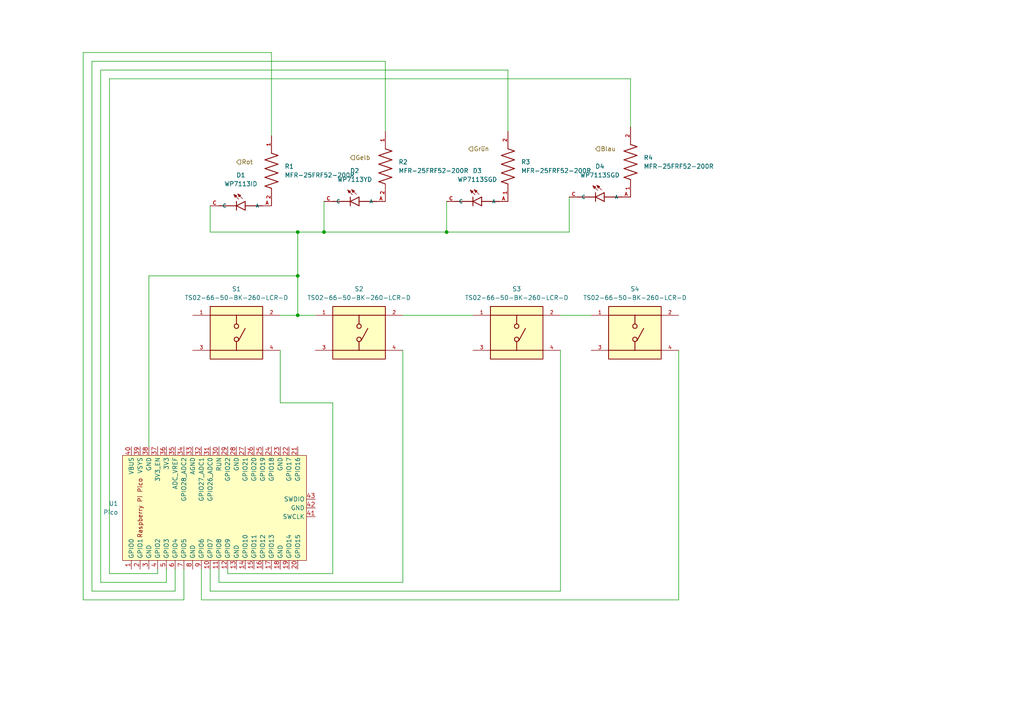
<source format=kicad_sch>
(kicad_sch (version 20211123) (generator eeschema)
  (paper "A4")
  (lib_symbols
    (symbol "MCU_RaspberryPi_and_Boards:Pico"
      (property "Reference" "U" (at -13.97 27.94 0))
      (property "Value" "Pico" (at 0 19.05 0))
      (symbol "Pico_0_0"
        (text "Raspberry Pi Pico" (at 0 21.59 0) (effects (font (size 1.27 1.27))))
      )
      (symbol "Pico_0_1"
        (rectangle (start -15.24 26.67) (end 15.24 -26.67) (fill (type background)))
      )
      (symbol "Pico_1_1"
        (pin bidirectional line (at -17.78 24.13 0) (length 2.54) (name "GPIO0") (number "1"))
        (pin bidirectional line (at -17.78 1.27 0) (length 2.54) (name "GPIO7") (number "10"))
        (pin bidirectional line (at -17.78 -1.27 0) (length 2.54) (name "GPIO8") (number "11"))
        (pin bidirectional line (at -17.78 -3.81 0) (length 2.54) (name "GPIO9") (number "12"))
        (pin power_in line (at -17.78 -6.35 0) (length 2.54) (name "GND") (number "13"))
        (pin bidirectional line (at -17.78 -8.89 0) (length 2.54) (name "GPIO10") (number "14"))
        (pin bidirectional line (at -17.78 -11.43 0) (length 2.54) (name "GPIO11") (number "15"))
        (pin bidirectional line (at -17.78 -13.97 0) (length 2.54) (name "GPIO12") (number "16"))
        (pin bidirectional line (at -17.78 -16.51 0) (length 2.54) (name "GPIO13") (number "17"))
        (pin power_in line (at -17.78 -19.05 0) (length 2.54) (name "GND") (number "18"))
        (pin bidirectional line (at -17.78 -21.59 0) (length 2.54) (name "GPIO14") (number "19"))
        (pin bidirectional line (at -17.78 21.59 0) (length 2.54) (name "GPIO1") (number "2"))
        (pin bidirectional line (at -17.78 -24.13 0) (length 2.54) (name "GPIO15") (number "20"))
        (pin bidirectional line (at 17.78 -24.13 180) (length 2.54) (name "GPIO16") (number "21"))
        (pin bidirectional line (at 17.78 -21.59 180) (length 2.54) (name "GPIO17") (number "22"))
        (pin power_in line (at 17.78 -19.05 180) (length 2.54) (name "GND") (number "23"))
        (pin bidirectional line (at 17.78 -16.51 180) (length 2.54) (name "GPIO18") (number "24"))
        (pin bidirectional line (at 17.78 -13.97 180) (length 2.54) (name "GPIO19") (number "25"))
        (pin bidirectional line (at 17.78 -11.43 180) (length 2.54) (name "GPIO20") (number "26"))
        (pin bidirectional line (at 17.78 -8.89 180) (length 2.54) (name "GPIO21") (number "27"))
        (pin power_in line (at 17.78 -6.35 180) (length 2.54) (name "GND") (number "28"))
        (pin bidirectional line (at 17.78 -3.81 180) (length 2.54) (name "GPIO22") (number "29"))
        (pin power_in line (at -17.78 19.05 0) (length 2.54) (name "GND") (number "3"))
        (pin input line (at 17.78 -1.27 180) (length 2.54) (name "RUN") (number "30"))
        (pin bidirectional line (at 17.78 1.27 180) (length 2.54) (name "GPIO26_ADC0") (number "31"))
        (pin bidirectional line (at 17.78 3.81 180) (length 2.54) (name "GPIO27_ADC1") (number "32"))
        (pin power_in line (at 17.78 6.35 180) (length 2.54) (name "AGND") (number "33"))
        (pin bidirectional line (at 17.78 8.89 180) (length 2.54) (name "GPIO28_ADC2") (number "34"))
        (pin power_in line (at 17.78 11.43 180) (length 2.54) (name "ADC_VREF") (number "35"))
        (pin power_in line (at 17.78 13.97 180) (length 2.54) (name "3V3") (number "36"))
        (pin input line (at 17.78 16.51 180) (length 2.54) (name "3V3_EN") (number "37"))
        (pin bidirectional line (at 17.78 19.05 180) (length 2.54) (name "GND") (number "38"))
        (pin power_in line (at 17.78 21.59 180) (length 2.54) (name "VSYS") (number "39"))
        (pin bidirectional line (at -17.78 16.51 0) (length 2.54) (name "GPIO2") (number "4"))
        (pin power_in line (at 17.78 24.13 180) (length 2.54) (name "VBUS") (number "40"))
        (pin input line (at -2.54 -29.21 90) (length 2.54) (name "SWCLK") (number "41"))
        (pin power_in line (at 0 -29.21 90) (length 2.54) (name "GND") (number "42"))
        (pin bidirectional line (at 2.54 -29.21 90) (length 2.54) (name "SWDIO") (number "43"))
        (pin bidirectional line (at -17.78 13.97 0) (length 2.54) (name "GPIO3") (number "5"))
        (pin bidirectional line (at -17.78 11.43 0) (length 2.54) (name "GPIO4") (number "6"))
        (pin bidirectional line (at -17.78 8.89 0) (length 2.54) (name "GPIO5") (number "7"))
        (pin power_in line (at -17.78 6.35 0) (length 2.54) (name "GND") (number "8"))
        (pin bidirectional line (at -17.78 3.81 0) (length 2.54) (name "GPIO6") (number "9"))
      )
    )
    (symbol "MFR-25FRF52-200R:MFR-25FRF52-200R" (pin_names (offset 1.016))
      (property "Reference" "R" (at -7.6244 2.5415 0))
      (property "Value" "MFR-25FRF52-200R" (at -7.63 -5.0866 0))
      (symbol "MFR-25FRF52-200R_0_0"
        (polyline (pts (xy -5.08 0) (xy -4.445 1.905)) (stroke (width 0.254)))
        (polyline (pts (xy -4.445 1.905) (xy -3.175 -1.905)) (stroke (width 0.254)))
        (polyline (pts (xy -3.175 -1.905) (xy -1.905 1.905)) (stroke (width 0.254)))
        (polyline (pts (xy -1.905 1.905) (xy -0.635 -1.905)) (stroke (width 0.254)))
        (polyline (pts (xy -0.635 -1.905) (xy 0.635 1.905)) (stroke (width 0.254)))
        (polyline (pts (xy 0.635 1.905) (xy 1.905 -1.905)) (stroke (width 0.254)))
        (polyline (pts (xy 1.905 -1.905) (xy 3.175 1.905)) (stroke (width 0.254)))
        (polyline (pts (xy 3.175 1.905) (xy 4.445 -1.905)) (stroke (width 0.254)))
        (polyline (pts (xy 4.445 -1.905) (xy 5.08 0)) (stroke (width 0.254)))
        (pin passive line (at -10.16 0 0) (length 5.08) (name "~") (number "1"))
        (pin passive line (at 10.16 0 180) (length 5.08) (name "~") (number "2"))
      )
    )
    (symbol "TS02-66-50-BK-260-LCR-D:TS02-66-50-BK-260-LCR-D" (pin_names (offset 1.016))
      (property "Reference" "S" (at -7.62 8.382 0))
      (property "Value" "TS02-66-50-BK-260-LCR-D" (at -7.62 -8.382 0))
      (symbol "TS02-66-50-BK-260-LCR-D_0_0"
        (rectangle (start -7.62 -7.62) (end 7.62 7.62) (stroke (width 0.254)) (fill (type background)))
        (circle (center 0 -1.905) (radius 0.635) (stroke (width 0.254)))
        (polyline (pts (xy 0 -5.08) (xy -7.62 -5.08)) (stroke (width 0.254)))
        (polyline (pts (xy 0 -5.08) (xy 7.62 -5.08)) (stroke (width 0.254)))
        (polyline (pts (xy 0 -2.54) (xy 0 -5.08)) (stroke (width 0.254)))
        (polyline (pts (xy 0 5.08) (xy -7.62 5.08)) (stroke (width 0.254)))
        (polyline (pts (xy 0 5.08) (xy 0 2.54)) (stroke (width 0.254)))
        (polyline (pts (xy 0 5.08) (xy 7.62 5.08)) (stroke (width 0.254)))
        (polyline (pts (xy 0.635 -2.2225) (xy 2.54 1.27)) (stroke (width 0.254)))
        (circle (center 0 1.905) (radius 0.635) (stroke (width 0.254)))
        (pin passive line (at -12.7 5.08 0) (length 5.08) (name "~") (number "1"))
        (pin passive line (at 12.7 5.08 180) (length 5.08) (name "~") (number "2"))
        (pin passive line (at -12.7 -5.08 0) (length 5.08) (name "~") (number "3"))
        (pin passive line (at 12.7 -5.08 180) (length 5.08) (name "~") (number "4"))
      )
    )
    (symbol "WP7113ID:WP7113ID" (pin_names (offset 1.016))
      (property "Reference" "D" (at -2.0355 4.071 0))
      (property "Value" "WP7113ID" (at -2.0386 -3.8224 0))
      (symbol "WP7113ID_0_0"
        (polyline (pts (xy -5.08 0) (xy 0 0)) (stroke (width 0.254)))
        (polyline (pts (xy 0 -1.27) (xy 0 0)) (stroke (width 0.254)))
        (polyline (pts (xy 0 0) (xy 0 1.27)) (stroke (width 0.254)))
        (polyline (pts (xy 0 0) (xy 2.54 1.27)) (stroke (width 0.254)))
        (polyline (pts (xy 0.635 1.905) (xy -0.762 3.302)) (stroke (width 0.1524)))
        (polyline (pts (xy 1.778 2.032) (xy 0.381 3.429)) (stroke (width 0.1524)))
        (polyline (pts (xy 2.54 -1.27) (xy 0 0)) (stroke (width 0.254)))
        (polyline (pts (xy 2.54 -1.27) (xy 2.54 0)) (stroke (width 0.254)))
        (polyline (pts (xy 2.54 0) (xy 2.54 1.27)) (stroke (width 0.254)))
        (polyline (pts (xy 2.54 0) (xy 7.62 0)) (stroke (width 0.254)))
        (polyline (pts (xy -0.762 3.302) (xy 0.127 2.921) (xy -0.381 2.413) (xy -0.762 3.302)) (stroke (width 0.1524)) (fill (type outline)))
        (polyline (pts (xy 0.381 3.429) (xy 1.27 3.048) (xy 0.762 2.54) (xy 0.381 3.429)) (stroke (width 0.1524)) (fill (type outline)))
        (pin passive line (at 10.16 0 180) (length 2.54) (name "A") (number "A"))
        (pin passive line (at -7.62 0 0) (length 2.54) (name "C") (number "C"))
      )
    )
    (symbol "WP7113SGD:WP7113SGD" (pin_names (offset 1.016))
      (property "Reference" "D" (at -2.0348 4.0696 0))
      (property "Value" "WP7113SGD" (at -2.0358 -3.8172 0))
      (symbol "WP7113SGD_0_0"
        (polyline (pts (xy -5.08 0) (xy 0 0)) (stroke (width 0.254)))
        (polyline (pts (xy 0 -1.27) (xy 0 0)) (stroke (width 0.254)))
        (polyline (pts (xy 0 0) (xy 0 1.27)) (stroke (width 0.254)))
        (polyline (pts (xy 0 0) (xy 2.54 1.27)) (stroke (width 0.254)))
        (polyline (pts (xy 0.635 1.905) (xy -0.762 3.302)) (stroke (width 0.1524)))
        (polyline (pts (xy 1.778 2.032) (xy 0.381 3.429)) (stroke (width 0.1524)))
        (polyline (pts (xy 2.54 -1.27) (xy 0 0)) (stroke (width 0.254)))
        (polyline (pts (xy 2.54 -1.27) (xy 2.54 0)) (stroke (width 0.254)))
        (polyline (pts (xy 2.54 0) (xy 2.54 1.27)) (stroke (width 0.254)))
        (polyline (pts (xy 2.54 0) (xy 7.62 0)) (stroke (width 0.254)))
        (polyline (pts (xy -0.762 3.302) (xy 0.127 2.921) (xy -0.381 2.413) (xy -0.762 3.302)) (stroke (width 0.1524)) (fill (type outline)))
        (polyline (pts (xy 0.381 3.429) (xy 1.27 3.048) (xy 0.762 2.54) (xy 0.381 3.429)) (stroke (width 0.1524)) (fill (type outline)))
        (pin passive line (at 10.16 0 180) (length 2.54) (name "A") (number "A"))
        (pin passive line (at -7.62 0 0) (length 2.54) (name "C") (number "C"))
      )
    )
    (symbol "WP7113YD:WP7113YD" (pin_names (offset 1.016))
      (property "Reference" "D" (at -2.0353 4.0705 0))
      (property "Value" "WP7113YD" (at -2.0388 -3.8228 0))
      (symbol "WP7113YD_0_0"
        (polyline (pts (xy -5.08 0) (xy 0 0)) (stroke (width 0.254)))
        (polyline (pts (xy 0 -1.27) (xy 0 0)) (stroke (width 0.254)))
        (polyline (pts (xy 0 0) (xy 0 1.27)) (stroke (width 0.254)))
        (polyline (pts (xy 0 0) (xy 2.54 1.27)) (stroke (width 0.254)))
        (polyline (pts (xy 0.635 1.905) (xy -0.762 3.302)) (stroke (width 0.1524)))
        (polyline (pts (xy 1.778 2.032) (xy 0.381 3.429)) (stroke (width 0.1524)))
        (polyline (pts (xy 2.54 -1.27) (xy 0 0)) (stroke (width 0.254)))
        (polyline (pts (xy 2.54 -1.27) (xy 2.54 0)) (stroke (width 0.254)))
        (polyline (pts (xy 2.54 0) (xy 2.54 1.27)) (stroke (width 0.254)))
        (polyline (pts (xy 2.54 0) (xy 7.62 0)) (stroke (width 0.254)))
        (polyline (pts (xy -0.762 3.302) (xy 0.127 2.921) (xy -0.381 2.413) (xy -0.762 3.302)) (stroke (width 0.1524)) (fill (type outline)))
        (polyline (pts (xy 0.381 3.429) (xy 1.27 3.048) (xy 0.762 2.54) (xy 0.381 3.429)) (stroke (width 0.1524)) (fill (type outline)))
        (pin passive line (at 10.16 0 180) (length 2.54) (name "A") (number "A"))
        (pin passive line (at -7.62 0 0) (length 2.54) (name "C") (number "C"))
      )
    )
  )
  (junction (at 86.36 91.44))
  (junction (at 129.54 67.31))
  (junction (at 86.36 67.31))
  (junction (at 86.36 80.01))
  (junction (at 93.98 67.31))
  (wire (pts (xy 86.36 67.31) (xy 86.36 80.01)))
  (wire (pts (xy 24.13 173.99) (xy 24.13 15.24)))
  (wire (pts (xy 96.52 166.37) (xy 96.52 116.84)))
  (wire (pts (xy 66.04 165.1) (xy 66.04 166.37)))
  (wire (pts (xy 45.72 166.37) (xy 31.75 166.37)))
  (wire (pts (xy 162.56 91.44) (xy 171.45 91.44)))
  (wire (pts (xy 31.75 166.37) (xy 31.75 22.86)))
  (wire (pts (xy 182.88 22.86) (xy 182.88 36.83)))
  (wire (pts (xy 86.36 80.01) (xy 86.36 91.44)))
  (wire (pts (xy 43.18 129.54) (xy 43.18 80.01)))
  (wire (pts (xy 129.54 67.31) (xy 93.98 67.31)))
  (wire (pts (xy 48.26 168.91) (xy 29.21 168.91)))
  (wire (pts (xy 48.26 165.1) (xy 48.26 168.91)))
  (wire (pts (xy 60.96 165.1) (xy 60.96 171.45)))
  (wire (pts (xy 53.34 165.1) (xy 53.34 173.99)))
  (wire (pts (xy 63.5 165.1) (xy 63.5 168.91)))
  (wire (pts (xy 63.5 168.91) (xy 116.84 168.91)))
  (wire (pts (xy 29.21 20.32) (xy 147.32 20.32)))
  (wire (pts (xy 43.18 80.01) (xy 86.36 80.01)))
  (wire (pts (xy 58.42 165.1) (xy 58.42 173.99)))
  (wire (pts (xy 111.76 17.78) (xy 111.76 38.1)))
  (wire (pts (xy 81.28 116.84) (xy 81.28 101.6)))
  (wire (pts (xy 66.04 166.37) (xy 96.52 166.37)))
  (wire (pts (xy 60.96 67.31) (xy 86.36 67.31)))
  (wire (pts (xy 50.8 165.1) (xy 50.8 171.45)))
  (wire (pts (xy 116.84 91.44) (xy 137.16 91.44)))
  (wire (pts (xy 24.13 15.24) (xy 78.74 15.24)))
  (wire (pts (xy 86.36 91.44) (xy 91.44 91.44)))
  (wire (pts (xy 129.54 58.42) (xy 129.54 67.31)))
  (wire (pts (xy 53.34 173.99) (xy 24.13 173.99)))
  (wire (pts (xy 29.21 168.91) (xy 29.21 20.32)))
  (wire (pts (xy 81.28 91.44) (xy 86.36 91.44)))
  (wire (pts (xy 60.96 171.45) (xy 162.56 171.45)))
  (wire (pts (xy 116.84 168.91) (xy 116.84 101.6)))
  (wire (pts (xy 60.96 59.69) (xy 60.96 67.31)))
  (wire (pts (xy 78.74 15.24) (xy 78.74 39.37)))
  (wire (pts (xy 31.75 22.86) (xy 182.88 22.86)))
  (wire (pts (xy 147.32 20.32) (xy 147.32 38.1)))
  (wire (pts (xy 93.98 67.31) (xy 93.98 58.42)))
  (wire (pts (xy 162.56 171.45) (xy 162.56 101.6)))
  (wire (pts (xy 50.8 171.45) (xy 26.67 171.45)))
  (wire (pts (xy 26.67 171.45) (xy 26.67 17.78)))
  (wire (pts (xy 58.42 173.99) (xy 196.85 173.99)))
  (wire (pts (xy 45.72 165.1) (xy 45.72 166.37)))
  (wire (pts (xy 196.85 173.99) (xy 196.85 101.6)))
  (wire (pts (xy 165.1 67.31) (xy 129.54 67.31)))
  (wire (pts (xy 86.36 67.31) (xy 93.98 67.31)))
  (wire (pts (xy 96.52 116.84) (xy 81.28 116.84)))
  (wire (pts (xy 165.1 57.15) (xy 165.1 67.31)))
  (wire (pts (xy 26.67 17.78) (xy 111.76 17.78)))
  (hierarchical_label "Blau" (shape input) (at 172.72 43.18 0))
  (hierarchical_label "Rot" (shape input) (at 68.58 46.99 0))
  (hierarchical_label "Gelb" (shape input) (at 101.6 45.72 0))
  (hierarchical_label "Grün" (shape input) (at 135.89 43.18 0))
  (symbol (lib_id "WP7113ID:WP7113ID") (at 68.58 59.69 0) (unit 1)
    (property "Reference" "D1" (at 69.85 50.8 0))
    (property "Value" "WP7113ID" (at 69.85 53.34 0))
    (property "Footprint" "LED_WP7113ID" (effects hide))
    (property "MANUFACTURER" "Kingbright" (effects hide))
  )
  (symbol (lib_id "MFR-25FRF52-200R:MFR-25FRF52-200R") (at 111.76 48.26 270) (unit 1)
    (property "Reference" "R2" (at 115.57 46.9899 90) (effects (justify left)))
    (property "Value" "MFR-25FRF52-200R" (at 115.57 49.5299 90) (effects (justify left)))
    (property "Footprint" "RESAD1100W55L680D260" (effects hide))
    (property "PARTREV" "201304" (effects hide))
    (property "MANUFACTURER" "Yageo Corporation" (effects hide))
    (property "MAXIMUM_PACKAGE_HEIGHT" "2.6mm" (effects hide))
    (property "STANDARD" "IPC 7351B" (effects hide))
  )
  (symbol (lib_id "TS02-66-50-BK-260-LCR-D:TS02-66-50-BK-260-LCR-D") (at 104.14 96.52 0) (unit 1)
    (property "Reference" "S2" (at 104.14 83.82 0))
    (property "Value" "TS02-66-50-BK-260-LCR-D" (at 104.14 86.36 0))
    (property "Footprint" "SW_TS02-66-50-BK-260-LCR-D" (effects hide))
    (property "MANUFACTURER" "CUI Devices" (effects hide))
    (property "PARTREV" "1.0" (effects hide))
    (property "STANDARD" "Manufacturer Recommendations" (effects hide))
  )
  (symbol (lib_id "MFR-25FRF52-200R:MFR-25FRF52-200R") (at 78.74 49.53 270) (unit 1)
    (property "Reference" "R1" (at 82.55 48.2599 90) (effects (justify left)))
    (property "Value" "MFR-25FRF52-200R" (at 82.55 50.7999 90) (effects (justify left)))
    (property "Footprint" "RESAD1100W55L680D260" (effects hide))
    (property "PARTREV" "201304" (effects hide))
    (property "MANUFACTURER" "Yageo Corporation" (effects hide))
    (property "MAXIMUM_PACKAGE_HEIGHT" "2.6mm" (effects hide))
    (property "STANDARD" "IPC 7351B" (effects hide))
  )
  (symbol (lib_id "WP7113SGD:WP7113SGD") (at 137.16 58.42 0) (unit 1)
    (property "Reference" "D3" (at 138.43 49.53 0))
    (property "Value" "WP7113SGD" (at 138.43 52.07 0))
    (property "Footprint" "LED_WP7113SGD" (effects hide))
    (property "MANUFACTURER" "Kingbright" (effects hide))
  )
  (symbol (lib_id "WP7113SGD:WP7113SGD") (at 172.72 57.15 0) (unit 1)
    (property "Reference" "D4" (at 173.99 48.26 0))
    (property "Value" "WP7113SGD" (at 173.99 50.8 0))
    (property "Footprint" "LED_WP7113SGD" (effects hide))
    (property "MANUFACTURER" "Kingbright" (effects hide))
  )
  (symbol (lib_id "MCU_RaspberryPi_and_Boards:Pico") (at 62.23 147.32 90) (unit 1)
    (property "Reference" "U1" (at 34.29 146.0499 90) (effects (justify left)))
    (property "Value" "Pico" (at 34.29 148.5899 90) (effects (justify left)))
    (property "Footprint" "RPi_Pico:RPi_Pico_SMD_TH" (effects hide))
  )
  (symbol (lib_id "TS02-66-50-BK-260-LCR-D:TS02-66-50-BK-260-LCR-D") (at 68.58 96.52 0) (unit 1)
    (property "Reference" "S1" (at 68.58 83.82 0))
    (property "Value" "TS02-66-50-BK-260-LCR-D" (at 68.58 86.36 0))
    (property "Footprint" "SW_TS02-66-50-BK-260-LCR-D" (effects hide))
    (property "MANUFACTURER" "CUI Devices" (effects hide))
    (property "PARTREV" "1.0" (effects hide))
    (property "STANDARD" "Manufacturer Recommendations" (effects hide))
  )
  (symbol (lib_id "TS02-66-50-BK-260-LCR-D:TS02-66-50-BK-260-LCR-D") (at 184.15 96.52 0) (unit 1)
    (property "Reference" "S4" (at 184.15 83.82 0))
    (property "Value" "TS02-66-50-BK-260-LCR-D" (at 184.15 86.36 0))
    (property "Footprint" "SW_TS02-66-50-BK-260-LCR-D" (effects hide))
    (property "MANUFACTURER" "CUI Devices" (effects hide))
    (property "PARTREV" "1.0" (effects hide))
    (property "STANDARD" "Manufacturer Recommendations" (effects hide))
  )
  (symbol (lib_id "WP7113YD:WP7113YD") (at 101.6 58.42 0) (unit 1)
    (property "Reference" "D2" (at 102.87 49.53 0))
    (property "Value" "WP7113YD" (at 102.87 52.07 0))
    (property "Footprint" "LED_WP7113YD" (effects hide))
    (property "MANUFACTURER" "Kingbright" (effects hide))
  )
  (symbol (lib_id "TS02-66-50-BK-260-LCR-D:TS02-66-50-BK-260-LCR-D") (at 149.86 96.52 0) (unit 1)
    (property "Reference" "S3" (at 149.86 83.82 0))
    (property "Value" "TS02-66-50-BK-260-LCR-D" (at 149.86 86.36 0))
    (property "Footprint" "SW_TS02-66-50-BK-260-LCR-D" (effects hide))
    (property "MANUFACTURER" "CUI Devices" (effects hide))
    (property "PARTREV" "1.0" (effects hide))
    (property "STANDARD" "Manufacturer Recommendations" (effects hide))
  )
  (symbol (lib_id "MFR-25FRF52-200R:MFR-25FRF52-200R") (at 147.32 48.26 90) (unit 1)
    (property "Reference" "R3" (at 151.13 46.9899 90) (effects (justify right)))
    (property "Value" "MFR-25FRF52-200R" (at 151.13 49.5299 90) (effects (justify right)))
    (property "Footprint" "RESAD1100W55L680D260" (effects hide))
    (property "PARTREV" "201304" (effects hide))
    (property "MANUFACTURER" "Yageo Corporation" (effects hide))
    (property "MAXIMUM_PACKAGE_HEIGHT" "2.6mm" (effects hide))
    (property "STANDARD" "IPC 7351B" (effects hide))
  )
  (symbol (lib_id "MFR-25FRF52-200R:MFR-25FRF52-200R") (at 182.88 46.99 90) (unit 1)
    (property "Reference" "R4" (at 186.69 45.7199 90) (effects (justify right)))
    (property "Value" "MFR-25FRF52-200R" (at 186.69 48.2599 90) (effects (justify right)))
    (property "Footprint" "RESAD1100W55L680D260" (effects hide))
    (property "PARTREV" "201304" (effects hide))
    (property "MANUFACTURER" "Yageo Corporation" (effects hide))
    (property "MAXIMUM_PACKAGE_HEIGHT" "2.6mm" (effects hide))
    (property "STANDARD" "IPC 7351B" (effects hide))
  )
)
</source>
